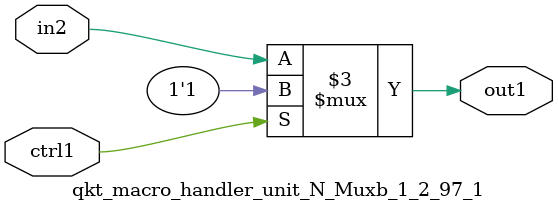
<source format=v>

`timescale 1ps / 1ps


module qkt_macro_handler_unit_N_Muxb_1_2_97_1( in2, ctrl1, out1 );

    input in2;
    input ctrl1;
    output out1;
    reg out1;

    
    // rtl_process:qkt_macro_handler_unit_N_Muxb_1_2_97_1/qkt_macro_handler_unit_N_Muxb_1_2_97_1_thread_1
    always @*
      begin : qkt_macro_handler_unit_N_Muxb_1_2_97_1_thread_1
        case (ctrl1) 
          1'b1: 
            begin
              out1 = 1'b1;
            end
          default: 
            begin
              out1 = in2;
            end
        endcase
      end

endmodule



</source>
